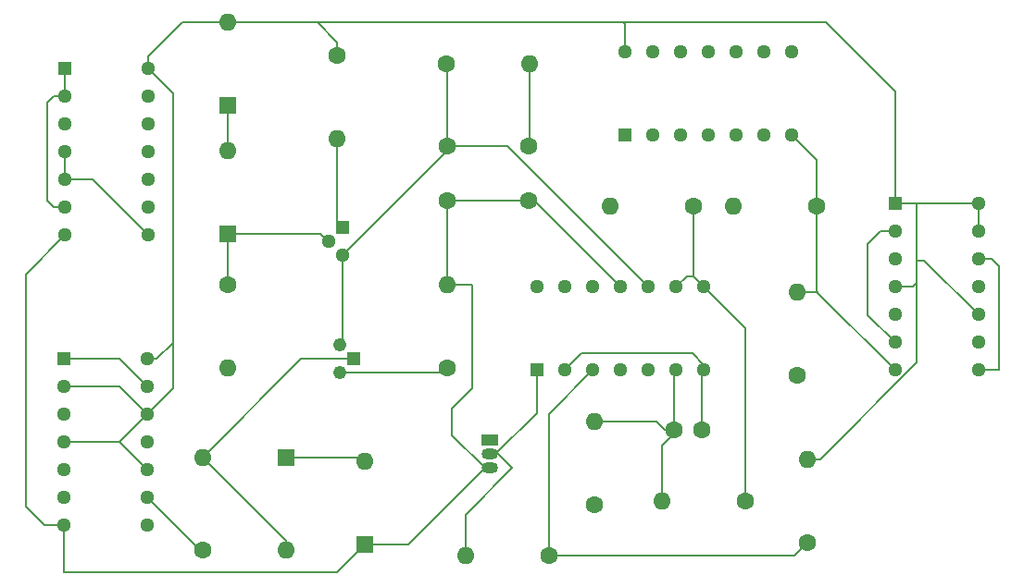
<source format=gbr>
%TF.GenerationSoftware,KiCad,Pcbnew,9.0.1*%
%TF.CreationDate,2025-05-09T16:34:40+03:00*%
%TF.ProjectId,PLL_1,504c4c5f-312e-46b6-9963-61645f706362,rev?*%
%TF.SameCoordinates,Original*%
%TF.FileFunction,Copper,L1,Top*%
%TF.FilePolarity,Positive*%
%FSLAX46Y46*%
G04 Gerber Fmt 4.6, Leading zero omitted, Abs format (unit mm)*
G04 Created by KiCad (PCBNEW 9.0.1) date 2025-05-09 16:34:40*
%MOMM*%
%LPD*%
G01*
G04 APERTURE LIST*
%TA.AperFunction,ComponentPad*%
%ADD10O,1.600000X1.600000*%
%TD*%
%TA.AperFunction,ComponentPad*%
%ADD11C,1.600000*%
%TD*%
%TA.AperFunction,ComponentPad*%
%ADD12R,1.500000X1.050000*%
%TD*%
%TA.AperFunction,ComponentPad*%
%ADD13O,1.500000X1.050000*%
%TD*%
%TA.AperFunction,ComponentPad*%
%ADD14R,1.295400X1.295400*%
%TD*%
%TA.AperFunction,ComponentPad*%
%ADD15C,1.295400*%
%TD*%
%TA.AperFunction,ComponentPad*%
%ADD16C,1.244600*%
%TD*%
%TA.AperFunction,ComponentPad*%
%ADD17R,1.244600X1.244600*%
%TD*%
%TA.AperFunction,ComponentPad*%
%ADD18R,1.600000X1.600000*%
%TD*%
%TA.AperFunction,Conductor*%
%ADD19C,0.200000*%
%TD*%
G04 APERTURE END LIST*
D10*
%TO.P,R3,2*%
%TO.N,Usq*%
X83250000Y-106500000D03*
D11*
%TO.P,R3,1*%
%TO.N,Net-(U3-1IN+)*%
X90870000Y-106500000D03*
%TD*%
D12*
%TO.P,\u039C1,1,D*%
%TO.N,Net-(\u039C1-D)*%
X85500000Y-95960000D03*
D13*
%TO.P,\u039C1,2,G*%
%TO.N,Usq*%
X85500000Y-97230000D03*
%TO.P,\u039C1,3,S*%
%TO.N,GND*%
X85500000Y-98500000D03*
%TD*%
D14*
%TO.P,U5,1,1R\u002AD*%
%TO.N,VCC*%
X122500000Y-74260000D03*
D15*
%TO.P,U5,2,1D*%
%TO.N,Net-(U5-1D)*%
X122500000Y-76800000D03*
%TO.P,U5,3,1CP*%
%TO.N,Net-(U5-1CP)*%
X122500000Y-79340000D03*
%TO.P,U5,4,1S\u002AD*%
%TO.N,VCC*%
X122500000Y-81880000D03*
%TO.P,U5,5,1Q*%
%TO.N,Ufb{slash}\u03A6fb*%
X122500000Y-84420000D03*
%TO.P,U5,6,1Q\u002A*%
%TO.N,Net-(U5-1D)*%
X122500000Y-86960000D03*
%TO.P,U5,7,GND*%
%TO.N,GND*%
X122500000Y-89500000D03*
%TO.P,U5,8,2Q\u002A*%
%TO.N,Net-(U5-2D)*%
X130120000Y-89500000D03*
%TO.P,U5,9,2Q\u002A*%
%TO.N,Net-(U5-1CP)*%
X130120000Y-86960000D03*
%TO.P,U5,10,2S\u002AD*%
%TO.N,VCC*%
X130120000Y-84420000D03*
%TO.P,U5,11,2CP*%
%TO.N,Uout{slash}\u03A6out*%
X130120000Y-81880000D03*
%TO.P,U5,12,2D*%
%TO.N,Net-(U5-2D)*%
X130120000Y-79340000D03*
%TO.P,U5,13,2R\u002AD*%
%TO.N,VCC*%
X130120000Y-76800000D03*
%TO.P,U5,14,VCC*%
X130120000Y-74260000D03*
%TD*%
D14*
%TO.P,U4,1,1A*%
%TO.N,unconnected-(U4-1A-Pad1)*%
X97800000Y-68000000D03*
D15*
%TO.P,U4,2,1Y*%
%TO.N,unconnected-(U4-1Y-Pad2)*%
X100340000Y-68000000D03*
%TO.P,U4,3,2A*%
%TO.N,unconnected-(U4-2A-Pad3)*%
X102880000Y-68000000D03*
%TO.P,U4,4,2Y*%
%TO.N,unconnected-(U4-2Y-Pad4)*%
X105420000Y-68000000D03*
%TO.P,U4,5,3A*%
%TO.N,unconnected-(U4-3A-Pad5)*%
X107960000Y-68000000D03*
%TO.P,U4,6,3Y*%
%TO.N,unconnected-(U4-3Y-Pad6)*%
X110500000Y-68000000D03*
%TO.P,U4,7,GND*%
%TO.N,GND*%
X113040000Y-68000000D03*
%TO.P,U4,8,4Y*%
%TO.N,unconnected-(U4-4Y-Pad8)*%
X113040000Y-60380000D03*
%TO.P,U4,9,4A*%
%TO.N,unconnected-(U4-4A-Pad9)*%
X110500000Y-60380000D03*
%TO.P,U4,10,5Y*%
%TO.N,Uout{slash}\u03A6out*%
X107960000Y-60380000D03*
%TO.P,U4,11,5A*%
%TO.N,Usq*%
X105420000Y-60380000D03*
%TO.P,U4,12,6Y*%
%TO.N,unconnected-(U4-6Y-Pad12)*%
X102880000Y-60380000D03*
%TO.P,U4,13,6A*%
%TO.N,unconnected-(U4-6A-Pad13)*%
X100340000Y-60380000D03*
%TO.P,U4,14,VCC*%
%TO.N,VCC*%
X97800000Y-60380000D03*
%TD*%
D14*
%TO.P,U3,1,1OUT*%
%TO.N,Usq*%
X89800000Y-89500000D03*
D15*
%TO.P,U3,2,1IN-*%
%TO.N,Net-(U3-1IN-)*%
X92340000Y-89500000D03*
%TO.P,U3,3,1IN+*%
%TO.N,Net-(U3-1IN+)*%
X94880000Y-89500000D03*
%TO.P,U3,4,VCC*%
%TO.N,VCC*%
X97420000Y-89500000D03*
%TO.P,U3,5,2IN+*%
%TO.N,Net-(U3-2IN+)*%
X99960000Y-89500000D03*
%TO.P,U3,6,2IN-*%
%TO.N,Net-(U3-2IN-)*%
X102500000Y-89500000D03*
%TO.P,U3,7,2OUT*%
%TO.N,Net-(U3-1IN-)*%
X105040000Y-89500000D03*
%TO.P,U3,8,3OUT*%
%TO.N,Uctrl*%
X105040000Y-81880000D03*
%TO.P,U3,9,3IN-*%
X102500000Y-81880000D03*
%TO.P,U3,10,3IN+*%
%TO.N,Ucp*%
X99960000Y-81880000D03*
%TO.P,U3,11,GND*%
%TO.N,GND*%
X97420000Y-81880000D03*
%TO.P,U3,12,4IN+*%
%TO.N,unconnected-(U3-4IN+-Pad12)*%
X94880000Y-81880000D03*
%TO.P,U3,13,4IN-*%
%TO.N,unconnected-(U3-4IN--Pad13)*%
X92340000Y-81880000D03*
%TO.P,U3,14,4OUT*%
%TO.N,unconnected-(U3-4OUT-Pad14)*%
X89800000Y-81880000D03*
%TD*%
D14*
%TO.P,U2,1,1A*%
%TO.N,Net-(U2-1A)*%
X46620000Y-61920000D03*
D15*
%TO.P,U2,2,1B*%
X46620000Y-64460000D03*
%TO.P,U2,3,1Y*%
%TO.N,Net-(U1-1R\u002AD)*%
X46620000Y-67000000D03*
%TO.P,U2,4,2A*%
%TO.N,Net-(U2-2A)*%
X46620000Y-69540000D03*
%TO.P,U2,5,2B*%
X46620000Y-72080000D03*
%TO.P,U2,6,2Y*%
%TO.N,Net-(U2-1A)*%
X46620000Y-74620000D03*
%TO.P,U2,7,GND*%
%TO.N,GND*%
X46620000Y-77160000D03*
%TO.P,U2,8,3Y*%
%TO.N,Net-(U2-2A)*%
X54240000Y-77160000D03*
%TO.P,U2,9,3A*%
%TO.N,Net-(U2-3A)*%
X54240000Y-74620000D03*
%TO.P,U2,10,3B*%
%TO.N,Net-(U1-1Q)*%
X54240000Y-72080000D03*
%TO.P,U2,11,4Y*%
%TO.N,Uref{slash}\u03A6ref*%
X54240000Y-69540000D03*
%TO.P,U2,12,4A*%
%TO.N,Uen*%
X54240000Y-67000000D03*
%TO.P,U2,13,4B*%
%TO.N,Uin*%
X54240000Y-64460000D03*
%TO.P,U2,14,VCC*%
%TO.N,VCC*%
X54240000Y-61920000D03*
%TD*%
D14*
%TO.P,U1,1,1R\u002AD*%
%TO.N,Net-(U1-1R\u002AD)*%
X46500000Y-88500000D03*
D15*
%TO.P,U1,2,1D*%
%TO.N,VCC*%
X46500000Y-91040000D03*
%TO.P,U1,3,1CP*%
%TO.N,Uref{slash}\u03A6ref*%
X46500000Y-93580000D03*
%TO.P,U1,4,1S\u002AD*%
%TO.N,VCC*%
X46500000Y-96120000D03*
%TO.P,U1,5,1Q*%
%TO.N,Net-(U1-1Q)*%
X46500000Y-98660000D03*
%TO.P,U1,6,1Q\u002A*%
%TO.N,Net-(U1-1Q\u002A)*%
X46500000Y-101200000D03*
%TO.P,U1,7,GND*%
%TO.N,GND*%
X46500000Y-103740000D03*
%TO.P,U1,8,2Q\u002A*%
%TO.N,unconnected-(U1-2Q\u002A-Pad8)*%
X54120000Y-103740000D03*
%TO.P,U1,9,2Q\u002A*%
%TO.N,Net-(U2-3A)*%
X54120000Y-101200000D03*
%TO.P,U1,10,2S\u002AD*%
%TO.N,VCC*%
X54120000Y-98660000D03*
%TO.P,U1,11,2CP*%
%TO.N,Ufb{slash}\u03A6fb*%
X54120000Y-96120000D03*
%TO.P,U1,12,2D*%
%TO.N,VCC*%
X54120000Y-93580000D03*
%TO.P,U1,13,2R\u002AD*%
%TO.N,Net-(U1-1R\u002AD)*%
X54120000Y-91040000D03*
%TO.P,U1,14,VCC*%
%TO.N,VCC*%
X54120000Y-88500000D03*
%TD*%
D11*
%TO.P,R12,1*%
%TO.N,B2*%
X61500000Y-81690000D03*
D10*
%TO.P,R12,2*%
%TO.N,Net-(U1-1Q\u002A)*%
X61500000Y-89310000D03*
%TD*%
D11*
%TO.P,R11,1*%
%TO.N,Net-(U2-3A)*%
X59190000Y-106000000D03*
D10*
%TO.P,R11,2*%
%TO.N,B1*%
X66810000Y-106000000D03*
%TD*%
D11*
%TO.P,R9,1*%
%TO.N,Net-(Q1-Pad3)*%
X81560000Y-89310000D03*
D10*
%TO.P,R9,2*%
%TO.N,GND*%
X81560000Y-81690000D03*
%TD*%
D11*
%TO.P,R8,1*%
%TO.N,Ucp*%
X81440000Y-61500000D03*
D10*
%TO.P,R8,2*%
%TO.N,Net-(C2-Pad1)*%
X89060000Y-61500000D03*
%TD*%
D11*
%TO.P,R7,1*%
%TO.N,Net-(\u039C1-D)*%
X95060000Y-101810000D03*
D10*
%TO.P,R7,2*%
%TO.N,Net-(U3-2IN-)*%
X95060000Y-94190000D03*
%TD*%
D11*
%TO.P,R6,1*%
%TO.N,Net-(U3-2IN+)*%
X113560000Y-90000000D03*
D10*
%TO.P,R6,2*%
%TO.N,GND*%
X113560000Y-82380000D03*
%TD*%
D11*
%TO.P,R5,1*%
%TO.N,Uctrl*%
X104060000Y-74500000D03*
D10*
%TO.P,R5,2*%
%TO.N,Net-(U3-2IN+)*%
X96440000Y-74500000D03*
%TD*%
D11*
%TO.P,R4,1*%
%TO.N,Uctrl*%
X108810000Y-101500000D03*
D10*
%TO.P,R4,2*%
%TO.N,Net-(U3-2IN-)*%
X101190000Y-101500000D03*
%TD*%
D11*
%TO.P,R2,1*%
%TO.N,Net-(U3-1IN+)*%
X114500000Y-105310000D03*
D10*
%TO.P,R2,2*%
%TO.N,VCC*%
X114500000Y-97690000D03*
%TD*%
D11*
%TO.P,R1,1*%
%TO.N,GND*%
X115310000Y-74500000D03*
D10*
%TO.P,R1,2*%
%TO.N,Net-(U3-1IN+)*%
X107690000Y-74500000D03*
%TD*%
D15*
%TO.P,Q2,3,C*%
%TO.N,Ucp*%
X72000000Y-79000000D03*
%TO.P,Q2,2,B*%
%TO.N,B2*%
X70730000Y-77730000D03*
D14*
%TO.P,Q2,1,E*%
%TO.N,Net-(Q2-E)*%
X72000000Y-76460000D03*
%TD*%
D16*
%TO.P,Q1,2*%
%TO.N,Ucp*%
X71730000Y-87230000D03*
D17*
%TO.P,Q1,1*%
%TO.N,B1*%
X73000000Y-88500000D03*
D16*
%TO.P,Q1,3*%
%TO.N,Net-(Q1-Pad3)*%
X71730000Y-89770000D03*
%TD*%
D18*
%TO.P,D4,1,K*%
%TO.N,B2*%
X61500000Y-77000000D03*
D10*
%TO.P,D4,2,A*%
%TO.N,Net-(D3-K)*%
X61500000Y-69380000D03*
%TD*%
D18*
%TO.P,D3,1,K*%
%TO.N,Net-(D3-K)*%
X61500000Y-65310000D03*
D10*
%TO.P,D3,2,A*%
%TO.N,VCC*%
X61500000Y-57690000D03*
%TD*%
D18*
%TO.P,D2,1,K*%
%TO.N,GND*%
X74000000Y-105500000D03*
D10*
%TO.P,D2,2,A*%
%TO.N,Net-(D1-K)*%
X74000000Y-97880000D03*
%TD*%
D18*
%TO.P,D1,1,K*%
%TO.N,Net-(D1-K)*%
X66810000Y-97500000D03*
D10*
%TO.P,D1,2,A*%
%TO.N,B1*%
X59190000Y-97500000D03*
%TD*%
D11*
%TO.P,C3,1*%
%TO.N,Ucp*%
X81560000Y-69000000D03*
%TO.P,C3,2*%
%TO.N,GND*%
X81560000Y-74000000D03*
%TD*%
%TO.P,C2,1*%
%TO.N,Net-(C2-Pad1)*%
X89000000Y-69000000D03*
%TO.P,C2,2*%
%TO.N,GND*%
X89000000Y-74000000D03*
%TD*%
%TO.P,C1,1*%
%TO.N,Net-(U3-1IN-)*%
X104810000Y-95000000D03*
%TO.P,C1,2*%
%TO.N,Net-(U3-2IN-)*%
X102310000Y-95000000D03*
%TD*%
%TO.P,R10,1*%
%TO.N,VCC*%
X71500000Y-60690000D03*
D10*
%TO.P,R10,2*%
%TO.N,Net-(Q2-E)*%
X71500000Y-68310000D03*
%TD*%
D19*
%TO.N,VCC*%
X56500000Y-91200000D02*
X54120000Y-93580000D01*
X56500000Y-87000000D02*
X56500000Y-91200000D01*
%TO.N,GND*%
X44740000Y-103740000D02*
X46500000Y-103740000D01*
X43000000Y-102000000D02*
X44740000Y-103740000D01*
X43000000Y-80780000D02*
X43000000Y-102000000D01*
X46620000Y-77160000D02*
X43000000Y-80780000D01*
%TO.N,Net-(U3-1IN-)*%
X104000000Y-88000000D02*
X93840000Y-88000000D01*
X93840000Y-88000000D02*
X92340000Y-89500000D01*
X105040000Y-89040000D02*
X104000000Y-88000000D01*
X105040000Y-89500000D02*
X105040000Y-89040000D01*
%TO.N,Net-(U1-1R\u002AD)*%
X46500000Y-88500000D02*
X51580000Y-88500000D01*
X51580000Y-88500000D02*
X54120000Y-91040000D01*
%TO.N,VCC*%
X54120000Y-93580000D02*
X54420000Y-93580000D01*
%TO.N,Net-(U5-1D)*%
X120000000Y-84460000D02*
X122500000Y-86960000D01*
X121200000Y-76800000D02*
X120000000Y-78000000D01*
X122500000Y-76800000D02*
X121200000Y-76800000D01*
X120000000Y-78000000D02*
X120000000Y-84460000D01*
%TO.N,GND*%
X71500000Y-108000000D02*
X74000000Y-105500000D01*
X46500000Y-108000000D02*
X71500000Y-108000000D01*
X46500000Y-103740000D02*
X46500000Y-108000000D01*
%TO.N,Net-(U3-1IN+)*%
X90870000Y-106500000D02*
X90870000Y-93510000D01*
X90870000Y-93510000D02*
X94880000Y-89500000D01*
X90870000Y-106130000D02*
X91000000Y-106000000D01*
X90870000Y-106500000D02*
X90870000Y-106130000D01*
%TO.N,GND*%
X83810000Y-91190000D02*
X82000000Y-93000000D01*
X82000000Y-95500000D02*
X85000000Y-98500000D01*
X83810000Y-81690000D02*
X83810000Y-91190000D01*
X82000000Y-93000000D02*
X82000000Y-95500000D01*
X85000000Y-98500000D02*
X85500000Y-98500000D01*
X81560000Y-81690000D02*
X83810000Y-81690000D01*
%TO.N,VCC*%
X55000000Y-88500000D02*
X54120000Y-88500000D01*
X56500000Y-64180000D02*
X56500000Y-87000000D01*
X54240000Y-61920000D02*
X56500000Y-64180000D01*
X56500000Y-87000000D02*
X55000000Y-88500000D01*
%TO.N,Net-(D3-K)*%
X61500000Y-65310000D02*
X61500000Y-69380000D01*
%TO.N,Uctrl*%
X108810000Y-85650000D02*
X108810000Y-101500000D01*
X105040000Y-81880000D02*
X108810000Y-85650000D01*
%TO.N,Net-(U3-2IN-)*%
X100690000Y-94190000D02*
X95060000Y-94190000D01*
X101500000Y-95000000D02*
X100690000Y-94190000D01*
X102310000Y-95000000D02*
X101500000Y-95000000D01*
X101190000Y-96430000D02*
X101190000Y-101500000D01*
X102310000Y-95310000D02*
X101190000Y-96430000D01*
X102310000Y-95000000D02*
X102310000Y-95310000D01*
X102310000Y-89690000D02*
X102500000Y-89500000D01*
X102310000Y-95000000D02*
X102310000Y-89690000D01*
%TO.N,Net-(U3-1IN-)*%
X104810000Y-89730000D02*
X105040000Y-89500000D01*
X104810000Y-95000000D02*
X104810000Y-89730000D01*
%TO.N,Ucp*%
X99960000Y-81880000D02*
X87080000Y-69000000D01*
X87080000Y-69000000D02*
X81560000Y-69000000D01*
%TO.N,GND*%
X89540000Y-74000000D02*
X97420000Y-81880000D01*
X89000000Y-74000000D02*
X89540000Y-74000000D01*
X89000000Y-74000000D02*
X81560000Y-74000000D01*
X85000000Y-98500000D02*
X78000000Y-105500000D01*
%TO.N,Usq*%
X89800000Y-93430000D02*
X89800000Y-89500000D01*
X86000000Y-97230000D02*
X89800000Y-93430000D01*
X85500000Y-97230000D02*
X86000000Y-97230000D01*
X87500000Y-98500000D02*
X83250000Y-102750000D01*
X83250000Y-102750000D02*
X83250000Y-106500000D01*
X86230000Y-97230000D02*
X87500000Y-98500000D01*
X85500000Y-97230000D02*
X86230000Y-97230000D01*
%TO.N,GND*%
X78000000Y-105500000D02*
X74000000Y-105500000D01*
%TO.N,Net-(U3-1IN+)*%
X90870000Y-106500000D02*
X113310000Y-106500000D01*
X113310000Y-106500000D02*
X114500000Y-105310000D01*
%TO.N,Net-(U5-2D)*%
X131340000Y-79340000D02*
X130120000Y-79340000D01*
X132000000Y-80000000D02*
X131340000Y-79340000D01*
X132000000Y-89500000D02*
X132000000Y-80000000D01*
X130120000Y-89500000D02*
X132000000Y-89500000D01*
%TO.N,Uctrl*%
X103480000Y-80900000D02*
X102500000Y-81880000D01*
X104060000Y-80900000D02*
X103480000Y-80900000D01*
X104060000Y-80900000D02*
X105040000Y-81880000D01*
X104060000Y-74500000D02*
X104060000Y-80900000D01*
%TO.N,Net-(D1-K)*%
X73620000Y-97500000D02*
X74000000Y-97880000D01*
X66810000Y-97500000D02*
X73620000Y-97500000D01*
%TO.N,Net-(Q1-Pad3)*%
X81100000Y-89770000D02*
X81560000Y-89310000D01*
X71730000Y-89770000D02*
X81100000Y-89770000D01*
%TO.N,B1*%
X68190000Y-88500000D02*
X73000000Y-88500000D01*
X59190000Y-97500000D02*
X68190000Y-88500000D01*
X66810000Y-105120000D02*
X66810000Y-106000000D01*
X59190000Y-97500000D02*
X66810000Y-105120000D01*
%TO.N,Net-(U2-3A)*%
X58920000Y-106000000D02*
X59190000Y-106000000D01*
X54120000Y-101200000D02*
X58920000Y-106000000D01*
%TO.N,Net-(U2-1A)*%
X45540000Y-64460000D02*
X46620000Y-64460000D01*
X45000000Y-74000000D02*
X45000000Y-65000000D01*
X46620000Y-74620000D02*
X45620000Y-74620000D01*
X45620000Y-74620000D02*
X45000000Y-74000000D01*
X45000000Y-65000000D02*
X45540000Y-64460000D01*
%TO.N,Net-(U2-2A)*%
X46620000Y-69540000D02*
X46620000Y-72080000D01*
%TO.N,Net-(U2-1A)*%
X46620000Y-61920000D02*
X46620000Y-64460000D01*
%TO.N,Net-(U2-2A)*%
X49160000Y-72080000D02*
X54240000Y-77160000D01*
X46620000Y-72080000D02*
X49160000Y-72080000D01*
%TO.N,VCC*%
X51580000Y-96120000D02*
X54120000Y-98660000D01*
X51580000Y-96120000D02*
X46500000Y-96120000D01*
X54120000Y-93580000D02*
X51580000Y-96120000D01*
X51580000Y-91040000D02*
X54120000Y-93580000D01*
X46500000Y-91040000D02*
X51580000Y-91040000D01*
%TO.N,Ucp*%
X72000000Y-86960000D02*
X71730000Y-87230000D01*
X72000000Y-79000000D02*
X72000000Y-86960000D01*
%TO.N,B2*%
X61500000Y-77000000D02*
X61500000Y-81690000D01*
X70000000Y-77000000D02*
X61500000Y-77000000D01*
X70730000Y-77730000D02*
X70000000Y-77000000D01*
%TO.N,Net-(Q2-E)*%
X71500000Y-75960000D02*
X72000000Y-76460000D01*
X71500000Y-68310000D02*
X71500000Y-75960000D01*
%TO.N,Ucp*%
X81560000Y-69440000D02*
X72000000Y-79000000D01*
X81560000Y-69000000D02*
X81560000Y-69440000D01*
X81560000Y-61620000D02*
X81440000Y-61500000D01*
X81560000Y-69000000D02*
X81560000Y-61620000D01*
%TO.N,Net-(C2-Pad1)*%
X89060000Y-68940000D02*
X89000000Y-69000000D01*
X89060000Y-61500000D02*
X89060000Y-68940000D01*
%TO.N,GND*%
X81560000Y-81690000D02*
X81560000Y-74000000D01*
%TO.N,VCC*%
X115651665Y-97690000D02*
X114500000Y-97690000D01*
X124500000Y-88841665D02*
X115651665Y-97690000D01*
X124500000Y-81500000D02*
X124500000Y-88841665D01*
%TO.N,GND*%
X115310000Y-82310000D02*
X115500000Y-82500000D01*
X115310000Y-74500000D02*
X115310000Y-82310000D01*
X115500000Y-82500000D02*
X122500000Y-89500000D01*
X115380000Y-82380000D02*
X115500000Y-82500000D01*
X113560000Y-82380000D02*
X115380000Y-82380000D01*
%TO.N,VCC*%
X125200000Y-79500000D02*
X124500000Y-79500000D01*
X130120000Y-84420000D02*
X125200000Y-79500000D01*
X124500000Y-79500000D02*
X124500000Y-81500000D01*
X130120000Y-76800000D02*
X130120000Y-74260000D01*
X124500000Y-77000000D02*
X124500000Y-79500000D01*
X124120000Y-81880000D02*
X122500000Y-81880000D01*
X124500000Y-81500000D02*
X124120000Y-81880000D01*
X124500000Y-74260000D02*
X124500000Y-77000000D01*
X124500000Y-74260000D02*
X130120000Y-74260000D01*
X122500000Y-74260000D02*
X124500000Y-74260000D01*
X122500000Y-64000000D02*
X122500000Y-74260000D01*
X116190000Y-57690000D02*
X122500000Y-64000000D01*
X97690000Y-57690000D02*
X116190000Y-57690000D01*
%TO.N,GND*%
X115310000Y-70270000D02*
X115310000Y-74500000D01*
X113040000Y-68000000D02*
X115310000Y-70270000D01*
%TO.N,VCC*%
X97800000Y-57800000D02*
X97800000Y-60380000D01*
X97690000Y-57690000D02*
X97800000Y-57800000D01*
X69690000Y-57690000D02*
X97690000Y-57690000D01*
X71500000Y-59500000D02*
X71500000Y-60690000D01*
X69690000Y-57690000D02*
X71500000Y-59500000D01*
X61500000Y-57690000D02*
X69690000Y-57690000D01*
X54240000Y-61920000D02*
X54240000Y-60760000D01*
X54240000Y-60760000D02*
X57310000Y-57690000D01*
X57310000Y-57690000D02*
X61500000Y-57690000D01*
%TD*%
M02*

</source>
